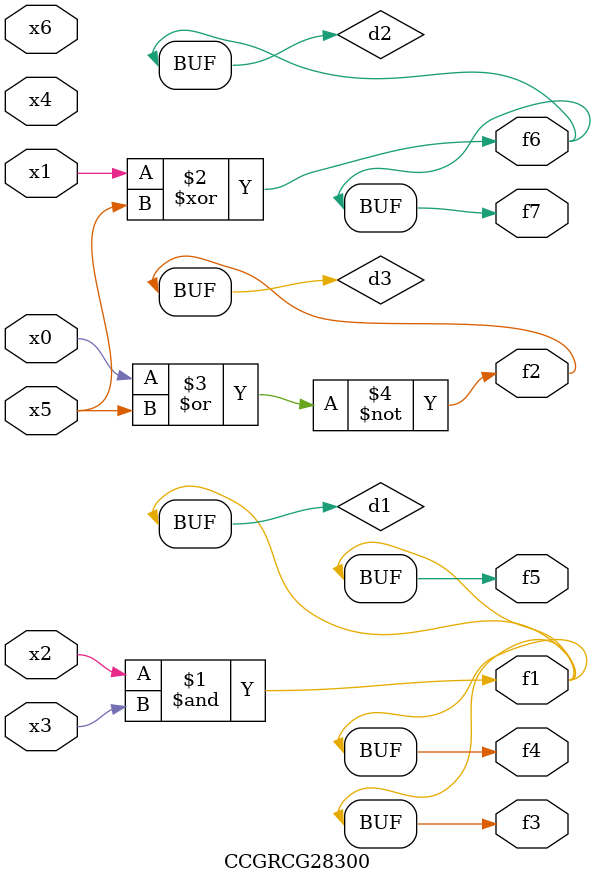
<source format=v>
module CCGRCG28300(
	input x0, x1, x2, x3, x4, x5, x6,
	output f1, f2, f3, f4, f5, f6, f7
);

	wire d1, d2, d3;

	and (d1, x2, x3);
	xor (d2, x1, x5);
	nor (d3, x0, x5);
	assign f1 = d1;
	assign f2 = d3;
	assign f3 = d1;
	assign f4 = d1;
	assign f5 = d1;
	assign f6 = d2;
	assign f7 = d2;
endmodule

</source>
